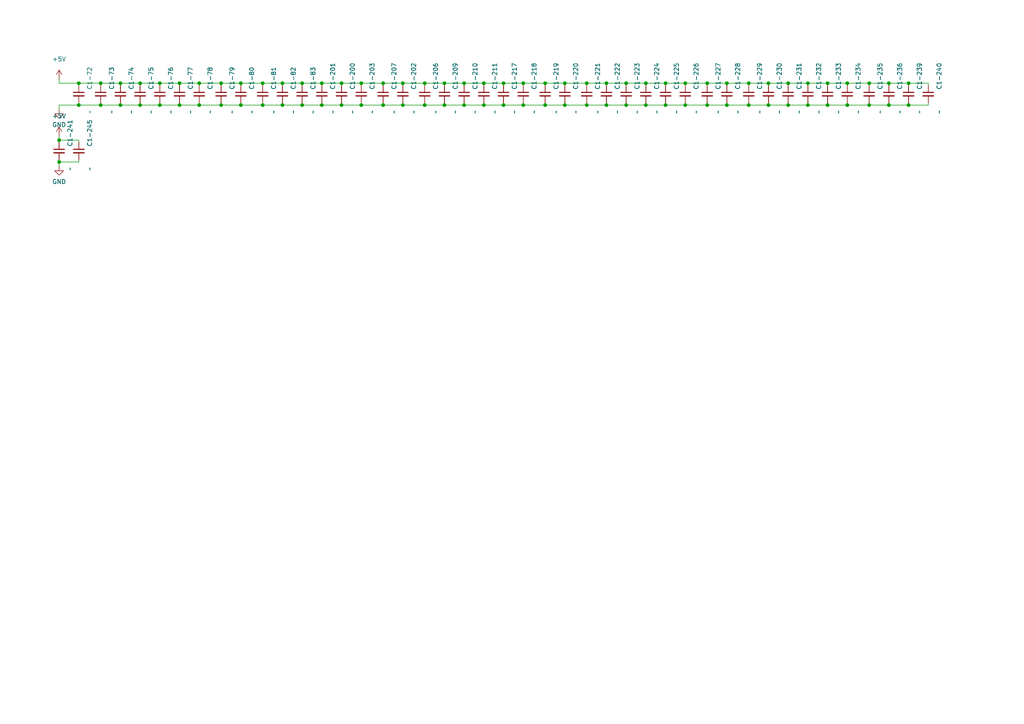
<source format=kicad_sch>
(kicad_sch (version 20211123) (generator eeschema)
  (paper "A4")
  (lib_symbols
    (symbol "Device:C_Small" (pin_numbers hide) (pin_names (offset 0.254) hide)
      (property "Reference" "C" (at 0.254 1.778 0))
      (property "Value" "C_Small" (at 0.254 -2.032 0))
      (symbol "C_Small_0_1"
        (polyline (pts (xy -1.524 -0.508) (xy 1.524 -0.508)) (stroke (width 0.3302)))
        (polyline (pts (xy -1.524 0.508) (xy 1.524 0.508)) (stroke (width 0.3048)))
      )
      (symbol "C_Small_1_1"
        (pin passive line (at 0 2.54 270) (length 2.032) (name "~") (number "1"))
        (pin passive line (at 0 -2.54 90) (length 2.032) (name "~") (number "2"))
      )
    )
    (symbol "power:+5V" (power) (pin_names (offset 0))
      (property "Value" "+5V" (at 0 3.556 0))
      (symbol "+5V_0_1"
        (polyline (pts (xy -0.762 1.27) (xy 0 2.54)))
        (polyline (pts (xy 0 0) (xy 0 2.54)))
        (polyline (pts (xy 0 2.54) (xy 0.762 1.27)))
      )
      (symbol "+5V_1_1"
        (pin power_in line (at 0 0 90) (length 0) hide (name "+5V") (number "1"))
      )
    )
    (symbol "power:GND" (power) (pin_names (offset 0))
      (property "Value" "GND" (at 0 -3.81 0))
      (symbol "GND_0_1"
        (polyline (pts (xy 0 0) (xy 0 -1.27) (xy 1.27 -1.27) (xy 0 -2.54) (xy -1.27 -1.27) (xy 0 -1.27)))
      )
      (symbol "GND_1_1"
        (pin power_in line (at 0 0 270) (length 0) hide (name "GND") (number "1"))
      )
    )
  )
  (junction (at 46.355 30.48))
  (junction (at 158.115 30.48))
  (junction (at 52.07 24.13))
  (junction (at 257.81 24.13))
  (junction (at 175.895 24.13))
  (junction (at 87.63 30.48))
  (junction (at 81.915 30.48))
  (junction (at 240.03 30.48))
  (junction (at 240.03 24.13))
  (junction (at 123.19 24.13))
  (junction (at 151.765 30.48))
  (junction (at 181.61 30.48))
  (junction (at 76.2 30.48))
  (junction (at 40.64 30.48))
  (junction (at 263.525 24.13))
  (junction (at 29.21 30.48))
  (junction (at 34.925 24.13))
  (junction (at 222.885 30.48))
  (junction (at 217.17 24.13))
  (junction (at 163.83 24.13))
  (junction (at 128.905 24.13))
  (junction (at 175.895 30.48))
  (junction (at 170.18 24.13))
  (junction (at 99.06 24.13))
  (junction (at 187.325 24.13))
  (junction (at 116.84 24.13))
  (junction (at 140.335 24.13))
  (junction (at 64.135 30.48))
  (junction (at 163.83 30.48))
  (junction (at 228.6 30.48))
  (junction (at 181.61 24.13))
  (junction (at 69.85 30.48))
  (junction (at 46.355 24.13))
  (junction (at 17.145 46.99))
  (junction (at 146.05 24.13))
  (junction (at 34.925 30.48))
  (junction (at 134.62 30.48))
  (junction (at 234.315 24.13))
  (junction (at 17.145 40.64))
  (junction (at 140.335 30.48))
  (junction (at 170.18 30.48))
  (junction (at 146.05 30.48))
  (junction (at 198.755 30.48))
  (junction (at 111.125 24.13))
  (junction (at 187.325 30.48))
  (junction (at 104.775 24.13))
  (junction (at 217.17 30.48))
  (junction (at 69.85 24.13))
  (junction (at 134.62 24.13))
  (junction (at 29.21 24.13))
  (junction (at 245.745 24.13))
  (junction (at 57.785 30.48))
  (junction (at 257.81 30.48))
  (junction (at 22.86 24.13))
  (junction (at 64.135 24.13))
  (junction (at 87.63 24.13))
  (junction (at 99.06 30.48))
  (junction (at 245.745 30.48))
  (junction (at 205.105 24.13))
  (junction (at 205.105 30.48))
  (junction (at 93.345 24.13))
  (junction (at 228.6 24.13))
  (junction (at 210.82 30.48))
  (junction (at 198.755 24.13))
  (junction (at 234.315 30.48))
  (junction (at 111.125 30.48))
  (junction (at 116.84 30.48))
  (junction (at 76.2 24.13))
  (junction (at 128.905 30.48))
  (junction (at 93.345 30.48))
  (junction (at 158.115 24.13))
  (junction (at 193.04 24.13))
  (junction (at 222.885 24.13))
  (junction (at 151.765 24.13))
  (junction (at 252.095 24.13))
  (junction (at 40.64 24.13))
  (junction (at 252.095 30.48))
  (junction (at 81.915 24.13))
  (junction (at 104.775 30.48))
  (junction (at 193.04 30.48))
  (junction (at 52.07 30.48))
  (junction (at 210.82 24.13))
  (junction (at 123.19 30.48))
  (junction (at 263.525 30.48))
  (junction (at 22.86 30.48))
  (junction (at 57.785 24.13))
  (wire (pts (xy 252.095 24.13) (xy 257.81 24.13)))
  (wire (pts (xy 151.765 24.13) (xy 151.765 24.765)))
  (wire (pts (xy 22.86 46.99) (xy 22.86 46.355)))
  (wire (pts (xy 134.62 30.48) (xy 134.62 29.845)))
  (wire (pts (xy 116.84 24.13) (xy 116.84 24.765)))
  (wire (pts (xy 29.21 24.13) (xy 29.21 24.765)))
  (wire (pts (xy 163.83 30.48) (xy 163.83 29.845)))
  (wire (pts (xy 158.115 30.48) (xy 158.115 29.845)))
  (wire (pts (xy 170.18 30.48) (xy 170.18 29.845)))
  (wire (pts (xy 69.85 29.845) (xy 69.85 30.48)))
  (wire (pts (xy 158.115 30.48) (xy 163.83 30.48)))
  (wire (pts (xy 111.125 30.48) (xy 116.84 30.48)))
  (wire (pts (xy 93.345 30.48) (xy 93.345 29.845)))
  (wire (pts (xy 34.925 30.48) (xy 40.64 30.48)))
  (wire (pts (xy 29.21 30.48) (xy 29.21 29.845)))
  (wire (pts (xy 52.07 30.48) (xy 57.785 30.48)))
  (wire (pts (xy 104.775 24.13) (xy 111.125 24.13)))
  (wire (pts (xy 205.105 24.13) (xy 210.82 24.13)))
  (wire (pts (xy 193.04 30.48) (xy 198.755 30.48)))
  (wire (pts (xy 205.105 30.48) (xy 210.82 30.48)))
  (wire (pts (xy 245.745 30.48) (xy 252.095 30.48)))
  (wire (pts (xy 22.86 30.48) (xy 29.21 30.48)))
  (wire (pts (xy 187.325 24.13) (xy 193.04 24.13)))
  (wire (pts (xy 46.355 24.13) (xy 52.07 24.13)))
  (wire (pts (xy 17.145 24.13) (xy 22.86 24.13)))
  (wire (pts (xy 116.84 24.13) (xy 123.19 24.13)))
  (wire (pts (xy 123.19 24.13) (xy 123.19 24.765)))
  (wire (pts (xy 34.925 24.13) (xy 34.925 24.765)))
  (wire (pts (xy 64.135 24.13) (xy 69.85 24.13)))
  (wire (pts (xy 158.115 24.13) (xy 163.83 24.13)))
  (wire (pts (xy 222.885 24.13) (xy 222.885 24.765)))
  (wire (pts (xy 146.05 30.48) (xy 146.05 29.845)))
  (wire (pts (xy 116.84 30.48) (xy 116.84 29.845)))
  (wire (pts (xy 151.765 30.48) (xy 158.115 30.48)))
  (wire (pts (xy 134.62 24.13) (xy 134.62 24.765)))
  (wire (pts (xy 69.85 24.13) (xy 76.2 24.13)))
  (wire (pts (xy 52.07 24.13) (xy 52.07 24.765)))
  (wire (pts (xy 252.095 29.845) (xy 252.095 30.48)))
  (wire (pts (xy 240.03 24.765) (xy 240.03 24.13)))
  (wire (pts (xy 187.325 30.48) (xy 187.325 29.845)))
  (wire (pts (xy 198.755 30.48) (xy 205.105 30.48)))
  (wire (pts (xy 198.755 30.48) (xy 198.755 29.845)))
  (wire (pts (xy 252.095 24.13) (xy 252.095 24.765)))
  (wire (pts (xy 99.06 24.13) (xy 104.775 24.13)))
  (wire (pts (xy 34.925 30.48) (xy 34.925 29.845)))
  (wire (pts (xy 193.04 24.13) (xy 193.04 24.765)))
  (wire (pts (xy 22.86 24.13) (xy 22.86 24.765)))
  (wire (pts (xy 140.335 24.13) (xy 146.05 24.13)))
  (wire (pts (xy 52.07 24.13) (xy 57.785 24.13)))
  (wire (pts (xy 17.145 39.37) (xy 17.145 40.64)))
  (wire (pts (xy 217.17 24.13) (xy 217.17 24.765)))
  (wire (pts (xy 22.86 40.64) (xy 22.86 41.275)))
  (wire (pts (xy 57.785 24.13) (xy 57.785 24.765)))
  (wire (pts (xy 52.07 30.48) (xy 52.07 29.845)))
  (wire (pts (xy 87.63 24.13) (xy 93.345 24.13)))
  (wire (pts (xy 76.2 29.845) (xy 76.2 30.48)))
  (wire (pts (xy 69.85 24.13) (xy 69.85 24.765)))
  (wire (pts (xy 252.095 30.48) (xy 257.81 30.48)))
  (wire (pts (xy 210.82 24.13) (xy 210.82 24.765)))
  (wire (pts (xy 128.905 24.13) (xy 134.62 24.13)))
  (wire (pts (xy 269.24 24.13) (xy 269.24 24.765)))
  (wire (pts (xy 29.21 24.13) (xy 34.925 24.13)))
  (wire (pts (xy 205.105 30.48) (xy 205.105 29.845)))
  (wire (pts (xy 222.885 30.48) (xy 222.885 29.845)))
  (wire (pts (xy 140.335 30.48) (xy 140.335 29.845)))
  (wire (pts (xy 269.24 30.48) (xy 269.24 29.845)))
  (wire (pts (xy 181.61 30.48) (xy 181.61 29.845)))
  (wire (pts (xy 46.355 30.48) (xy 46.355 29.845)))
  (wire (pts (xy 128.905 24.13) (xy 128.905 24.765)))
  (wire (pts (xy 222.885 30.48) (xy 228.6 30.48)))
  (wire (pts (xy 57.785 30.48) (xy 64.135 30.48)))
  (wire (pts (xy 34.925 24.13) (xy 40.64 24.13)))
  (wire (pts (xy 81.915 30.48) (xy 87.63 30.48)))
  (wire (pts (xy 187.325 24.13) (xy 187.325 24.765)))
  (wire (pts (xy 163.83 24.13) (xy 170.18 24.13)))
  (wire (pts (xy 76.2 24.13) (xy 81.915 24.13)))
  (wire (pts (xy 234.315 30.48) (xy 240.03 30.48)))
  (wire (pts (xy 128.905 30.48) (xy 128.905 29.845)))
  (wire (pts (xy 240.03 30.48) (xy 245.745 30.48)))
  (wire (pts (xy 222.885 24.13) (xy 228.6 24.13)))
  (wire (pts (xy 17.145 40.64) (xy 17.145 41.275)))
  (wire (pts (xy 93.345 30.48) (xy 99.06 30.48)))
  (wire (pts (xy 257.81 30.48) (xy 263.525 30.48)))
  (wire (pts (xy 81.915 24.13) (xy 81.915 24.765)))
  (wire (pts (xy 245.745 24.13) (xy 252.095 24.13)))
  (wire (pts (xy 263.525 24.13) (xy 263.525 24.765)))
  (wire (pts (xy 64.135 29.845) (xy 64.135 30.48)))
  (wire (pts (xy 123.19 30.48) (xy 128.905 30.48)))
  (wire (pts (xy 257.81 24.13) (xy 263.525 24.13)))
  (wire (pts (xy 228.6 24.13) (xy 228.6 24.765)))
  (wire (pts (xy 146.05 24.13) (xy 151.765 24.13)))
  (wire (pts (xy 263.525 29.845) (xy 263.525 30.48)))
  (wire (pts (xy 22.86 24.13) (xy 29.21 24.13)))
  (wire (pts (xy 240.03 30.48) (xy 240.03 29.845)))
  (wire (pts (xy 87.63 24.13) (xy 87.63 24.765)))
  (wire (pts (xy 81.915 24.13) (xy 87.63 24.13)))
  (wire (pts (xy 240.03 24.13) (xy 234.315 24.13)))
  (wire (pts (xy 76.2 24.13) (xy 76.2 24.765)))
  (wire (pts (xy 57.785 30.48) (xy 57.785 29.845)))
  (wire (pts (xy 87.63 30.48) (xy 87.63 29.845)))
  (wire (pts (xy 263.525 24.13) (xy 269.24 24.13)))
  (wire (pts (xy 64.135 24.13) (xy 64.135 24.765)))
  (wire (pts (xy 22.86 30.48) (xy 22.86 29.845)))
  (wire (pts (xy 140.335 30.48) (xy 146.05 30.48)))
  (wire (pts (xy 17.145 46.99) (xy 22.86 46.99)))
  (wire (pts (xy 146.05 30.48) (xy 151.765 30.48)))
  (wire (pts (xy 134.62 30.48) (xy 140.335 30.48)))
  (wire (pts (xy 245.745 30.48) (xy 245.745 29.845)))
  (wire (pts (xy 17.145 46.99) (xy 17.145 48.26)))
  (wire (pts (xy 234.315 30.48) (xy 228.6 30.48)))
  (wire (pts (xy 111.125 24.13) (xy 111.125 24.765)))
  (wire (pts (xy 257.81 30.48) (xy 257.81 29.845)))
  (wire (pts (xy 210.82 24.13) (xy 217.17 24.13)))
  (wire (pts (xy 93.345 24.13) (xy 99.06 24.13)))
  (wire (pts (xy 69.85 30.48) (xy 76.2 30.48)))
  (wire (pts (xy 193.04 24.13) (xy 198.755 24.13)))
  (wire (pts (xy 175.895 30.48) (xy 181.61 30.48)))
  (wire (pts (xy 104.775 29.845) (xy 104.775 30.48)))
  (wire (pts (xy 198.755 24.13) (xy 205.105 24.13)))
  (wire (pts (xy 40.64 24.13) (xy 46.355 24.13)))
  (wire (pts (xy 175.895 24.13) (xy 181.61 24.13)))
  (wire (pts (xy 170.18 24.13) (xy 170.18 24.765)))
  (wire (pts (xy 217.17 30.48) (xy 217.17 29.845)))
  (wire (pts (xy 17.145 30.48) (xy 22.86 30.48)))
  (wire (pts (xy 257.81 24.13) (xy 257.81 24.765)))
  (wire (pts (xy 17.145 46.355) (xy 17.145 46.99)))
  (wire (pts (xy 116.84 30.48) (xy 123.19 30.48)))
  (wire (pts (xy 99.06 24.13) (xy 99.06 24.765)))
  (wire (pts (xy 210.82 30.48) (xy 217.17 30.48)))
  (wire (pts (xy 17.145 22.86) (xy 17.145 24.13)))
  (wire (pts (xy 111.125 30.48) (xy 111.125 29.845)))
  (wire (pts (xy 40.64 30.48) (xy 46.355 30.48)))
  (wire (pts (xy 123.19 24.13) (xy 128.905 24.13)))
  (wire (pts (xy 263.525 30.48) (xy 269.24 30.48)))
  (wire (pts (xy 151.765 30.48) (xy 151.765 29.845)))
  (wire (pts (xy 205.105 24.13) (xy 205.105 24.765)))
  (wire (pts (xy 187.325 30.48) (xy 193.04 30.48)))
  (wire (pts (xy 46.355 30.48) (xy 52.07 30.48)))
  (wire (pts (xy 240.03 24.13) (xy 245.745 24.13)))
  (wire (pts (xy 151.765 24.13) (xy 158.115 24.13)))
  (wire (pts (xy 140.335 24.13) (xy 140.335 24.765)))
  (wire (pts (xy 128.905 30.48) (xy 134.62 30.48)))
  (wire (pts (xy 46.355 24.13) (xy 46.355 24.765)))
  (wire (pts (xy 104.775 30.48) (xy 111.125 30.48)))
  (wire (pts (xy 181.61 24.13) (xy 187.325 24.13)))
  (wire (pts (xy 134.62 24.13) (xy 140.335 24.13)))
  (wire (pts (xy 81.915 30.48) (xy 81.915 29.845)))
  (wire (pts (xy 175.895 24.13) (xy 175.895 24.765)))
  (wire (pts (xy 87.63 30.48) (xy 93.345 30.48)))
  (wire (pts (xy 228.6 24.13) (xy 234.315 24.13)))
  (wire (pts (xy 228.6 30.48) (xy 228.6 29.845)))
  (wire (pts (xy 245.745 24.13) (xy 245.745 24.765)))
  (wire (pts (xy 234.315 24.13) (xy 234.315 24.765)))
  (wire (pts (xy 198.755 24.13) (xy 198.755 24.765)))
  (wire (pts (xy 163.83 30.48) (xy 170.18 30.48)))
  (wire (pts (xy 181.61 30.48) (xy 187.325 30.48)))
  (wire (pts (xy 57.785 24.13) (xy 64.135 24.13)))
  (wire (pts (xy 99.06 30.48) (xy 104.775 30.48)))
  (wire (pts (xy 76.2 30.48) (xy 81.915 30.48)))
  (wire (pts (xy 40.64 30.48) (xy 40.64 29.845)))
  (wire (pts (xy 217.17 24.13) (xy 222.885 24.13)))
  (wire (pts (xy 163.83 24.13) (xy 163.83 24.765)))
  (wire (pts (xy 170.18 24.13) (xy 175.895 24.13)))
  (wire (pts (xy 17.145 40.64) (xy 22.86 40.64)))
  (wire (pts (xy 234.315 29.845) (xy 234.315 30.48)))
  (wire (pts (xy 217.17 30.48) (xy 222.885 30.48)))
  (wire (pts (xy 146.05 24.13) (xy 146.05 24.765)))
  (wire (pts (xy 40.64 24.13) (xy 40.64 24.765)))
  (wire (pts (xy 175.895 30.48) (xy 175.895 29.845)))
  (wire (pts (xy 158.115 24.13) (xy 158.115 24.765)))
  (wire (pts (xy 17.145 30.48) (xy 17.145 31.75)))
  (wire (pts (xy 170.18 30.48) (xy 175.895 30.48)))
  (wire (pts (xy 210.82 30.48) (xy 210.82 29.845)))
  (wire (pts (xy 104.775 24.13) (xy 104.775 24.765)))
  (wire (pts (xy 29.21 30.48) (xy 34.925 30.48)))
  (wire (pts (xy 99.06 30.48) (xy 99.06 29.845)))
  (wire (pts (xy 111.125 24.13) (xy 116.84 24.13)))
  (wire (pts (xy 123.19 30.48) (xy 123.19 29.845)))
  (wire (pts (xy 181.61 24.13) (xy 181.61 24.765)))
  (wire (pts (xy 193.04 30.48) (xy 193.04 29.845)))
  (wire (pts (xy 93.345 24.13) (xy 93.345 24.765)))
  (wire (pts (xy 64.135 30.48) (xy 69.85 30.48)))
  (symbol (lib_id "Device:C_Small") (at 228.6 27.305 0) (unit 1)
    (property "Reference" "C1-231" (at 231.775 26.0412 90) (effects (justify left)))
    (property "Value" "~" (at 231.775 33.02 90) (effects (justify left)))
  )
  (symbol (lib_id "Device:C_Small") (at 140.335 27.305 0) (unit 1)
    (property "Reference" "C1-211" (at 143.51 26.0412 90) (effects (justify left)))
    (property "Value" "~" (at 143.51 33.02 90) (effects (justify left)))
  )
  (symbol (lib_id "Device:C_Small") (at 128.905 27.305 0) (unit 1)
    (property "Reference" "C1-209" (at 132.08 26.0412 90) (effects (justify left)))
    (property "Value" "~" (at 132.08 33.02 90) (effects (justify left)))
  )
  (symbol (lib_id "Device:C_Small") (at 170.18 27.305 0) (unit 1)
    (property "Reference" "C1-221" (at 173.355 26.0412 90) (effects (justify left)))
    (property "Value" "~" (at 173.355 33.02 90) (effects (justify left)))
  )
  (symbol (lib_id "Device:C_Small") (at 111.125 27.305 0) (unit 1)
    (property "Reference" "C1-207" (at 114.3 26.0412 90) (effects (justify left)))
    (property "Value" "~" (at 114.3 33.02 90) (effects (justify left)))
  )
  (symbol (lib_id "Device:C_Small") (at 87.63 27.305 0) (unit 1)
    (property "Reference" "C1-83" (at 90.805 26.0412 90) (effects (justify left)))
    (property "Value" "~" (at 90.805 33.02 90) (effects (justify left)))
  )
  (symbol (lib_id "power:GND") (at 17.145 31.75 0) (unit 1)
    (property "Reference" "#PWR0628" (effects hide))
    (property "Value" "~" (at 17.145 36.195 0))
  )
  (symbol (lib_id "Device:C_Small") (at 34.925 27.305 0) (unit 1)
    (property "Reference" "C1-74" (at 38.1 26.0412 90) (effects (justify left)))
    (property "Value" "~" (at 38.1 33.02 90) (effects (justify left)))
  )
  (symbol (lib_id "Device:C_Small") (at 163.83 27.305 0) (unit 1)
    (property "Reference" "C1-220" (at 167.005 26.0412 90) (effects (justify left)))
    (property "Value" "~" (at 167.005 33.02 90) (effects (justify left)))
  )
  (symbol (lib_id "Device:C_Small") (at 263.525 27.305 0) (unit 1)
    (property "Reference" "C1-239" (at 266.7 26.0412 90) (effects (justify left)))
    (property "Value" "~" (at 266.7 33.02 90) (effects (justify left)))
  )
  (symbol (lib_id "Device:C_Small") (at 99.06 27.305 0) (unit 1)
    (property "Reference" "C1-200" (at 102.235 26.0412 90) (effects (justify left)))
    (property "Value" "~" (at 102.235 33.02 90) (effects (justify left)))
  )
  (symbol (lib_id "Device:C_Small") (at 234.315 27.305 0) (unit 1)
    (property "Reference" "C1-232" (at 237.49 26.0412 90) (effects (justify left)))
    (property "Value" "~" (at 237.49 33.02 90) (effects (justify left)))
  )
  (symbol (lib_id "Device:C_Small") (at 222.885 27.305 0) (unit 1)
    (property "Reference" "C1-230" (at 226.06 26.0412 90) (effects (justify left)))
    (property "Value" "~" (at 226.06 33.02 90) (effects (justify left)))
  )
  (symbol (lib_id "Device:C_Small") (at 252.095 27.305 0) (unit 1)
    (property "Reference" "C1-235" (at 255.27 26.0412 90) (effects (justify left)))
    (property "Value" "~" (at 255.27 33.02 90) (effects (justify left)))
  )
  (symbol (lib_id "Device:C_Small") (at 46.355 27.305 0) (unit 1)
    (property "Reference" "C1-76" (at 49.53 26.0412 90) (effects (justify left)))
    (property "Value" "~" (at 49.53 33.02 90) (effects (justify left)))
  )
  (symbol (lib_id "Device:C_Small") (at 240.03 27.305 0) (unit 1)
    (property "Reference" "C1-233" (at 243.205 26.0412 90) (effects (justify left)))
    (property "Value" "~" (at 243.205 33.02 90) (effects (justify left)))
  )
  (symbol (lib_id "Device:C_Small") (at 175.895 27.305 0) (unit 1)
    (property "Reference" "C1-222" (at 179.07 26.0412 90) (effects (justify left)))
    (property "Value" "~" (at 179.07 33.02 90) (effects (justify left)))
  )
  (symbol (lib_id "Device:C_Small") (at 198.755 27.305 0) (unit 1)
    (property "Reference" "C1-226" (at 201.93 26.0412 90) (effects (justify left)))
    (property "Value" "~" (at 201.93 33.02 90) (effects (justify left)))
  )
  (symbol (lib_id "Device:C_Small") (at 193.04 27.305 0) (unit 1)
    (property "Reference" "C1-225" (at 196.215 26.0412 90) (effects (justify left)))
    (property "Value" "~" (at 196.215 33.02 90) (effects (justify left)))
  )
  (symbol (lib_id "Device:C_Small") (at 81.915 27.305 0) (unit 1)
    (property "Reference" "C1-82" (at 85.09 26.0412 90) (effects (justify left)))
    (property "Value" "~" (at 85.09 33.02 90) (effects (justify left)))
  )
  (symbol (lib_id "Device:C_Small") (at 134.62 27.305 0) (unit 1)
    (property "Reference" "C1-210" (at 137.795 26.0412 90) (effects (justify left)))
    (property "Value" "~" (at 137.795 33.02 90) (effects (justify left)))
  )
  (symbol (lib_id "Device:C_Small") (at 245.745 27.305 0) (unit 1)
    (property "Reference" "C1-234" (at 248.92 26.0412 90) (effects (justify left)))
    (property "Value" "~" (at 248.92 33.02 90) (effects (justify left)))
  )
  (symbol (lib_id "Device:C_Small") (at 22.86 27.305 0) (unit 1)
    (property "Reference" "C1-72" (at 26.035 26.0412 90) (effects (justify left)))
    (property "Value" "~" (at 26.035 33.02 90) (effects (justify left)))
  )
  (symbol (lib_id "Device:C_Small") (at 257.81 27.305 0) (unit 1)
    (property "Reference" "C1-236" (at 260.985 26.0412 90) (effects (justify left)))
    (property "Value" "~" (at 260.985 33.02 90) (effects (justify left)))
  )
  (symbol (lib_id "power:+5V") (at 17.145 39.37 0) (unit 1)
    (property "Reference" "#PWR0629" (effects hide))
    (property "Value" "~" (at 17.145 33.655 0))
  )
  (symbol (lib_id "Device:C_Small") (at 40.64 27.305 0) (unit 1)
    (property "Reference" "C1-75" (at 43.815 26.0412 90) (effects (justify left)))
    (property "Value" "~" (at 43.815 33.02 90) (effects (justify left)))
  )
  (symbol (lib_id "Device:C_Small") (at 104.775 27.305 0) (unit 1)
    (property "Reference" "C1-203" (at 107.95 26.0412 90) (effects (justify left)))
    (property "Value" "~" (at 107.95 33.02 90) (effects (justify left)))
  )
  (symbol (lib_id "power:+5V") (at 17.145 22.86 0) (unit 1)
    (property "Reference" "#PWR0627" (effects hide))
    (property "Value" "~" (at 17.145 17.145 0))
  )
  (symbol (lib_id "Device:C_Small") (at 57.785 27.305 0) (unit 1)
    (property "Reference" "C1-78" (at 60.96 26.0412 90) (effects (justify left)))
    (property "Value" "~" (at 60.96 33.02 90) (effects (justify left)))
  )
  (symbol (lib_id "Device:C_Small") (at 146.05 27.305 0) (unit 1)
    (property "Reference" "C1-217" (at 149.225 26.0412 90) (effects (justify left)))
    (property "Value" "~" (at 149.225 33.02 90) (effects (justify left)))
  )
  (symbol (lib_id "Device:C_Small") (at 181.61 27.305 0) (unit 1)
    (property "Reference" "C1-223" (at 184.785 26.0412 90) (effects (justify left)))
    (property "Value" "~" (at 184.785 33.02 90) (effects (justify left)))
  )
  (symbol (lib_id "Device:C_Small") (at 269.24 27.305 0) (unit 1)
    (property "Reference" "C1-240" (at 272.415 26.0412 90) (effects (justify left)))
    (property "Value" "~" (at 272.415 33.02 90) (effects (justify left)))
  )
  (symbol (lib_id "Device:C_Small") (at 116.84 27.305 0) (unit 1)
    (property "Reference" "C1-202" (at 120.015 26.0412 90) (effects (justify left)))
    (property "Value" "~" (at 120.015 33.02 90) (effects (justify left)))
  )
  (symbol (lib_id "Device:C_Small") (at 69.85 27.305 0) (unit 1)
    (property "Reference" "C1-80" (at 73.025 26.0412 90) (effects (justify left)))
    (property "Value" "~" (at 73.025 33.02 90) (effects (justify left)))
  )
  (symbol (lib_id "Device:C_Small") (at 187.325 27.305 0) (unit 1)
    (property "Reference" "C1-224" (at 190.5 26.0412 90) (effects (justify left)))
    (property "Value" "~" (at 190.5 33.02 90) (effects (justify left)))
  )
  (symbol (lib_id "Device:C_Small") (at 76.2 27.305 0) (unit 1)
    (property "Reference" "C1-81" (at 79.375 26.0412 90) (effects (justify left)))
    (property "Value" "~" (at 79.375 33.02 90) (effects (justify left)))
  )
  (symbol (lib_id "Device:C_Small") (at 22.86 43.815 0) (unit 1)
    (property "Reference" "C1-245" (at 26.035 42.5512 90) (effects (justify left)))
    (property "Value" "~" (at 26.035 49.53 90) (effects (justify left)))
  )
  (symbol (lib_id "Device:C_Small") (at 217.17 27.305 0) (unit 1)
    (property "Reference" "C1-229" (at 220.345 26.0412 90) (effects (justify left)))
    (property "Value" "~" (at 220.345 33.02 90) (effects (justify left)))
  )
  (symbol (lib_id "Device:C_Small") (at 158.115 27.305 0) (unit 1)
    (property "Reference" "C1-219" (at 161.29 26.0412 90) (effects (justify left)))
    (property "Value" "~" (at 161.29 33.02 90) (effects (justify left)))
  )
  (symbol (lib_id "Device:C_Small") (at 17.145 43.815 0) (unit 1)
    (property "Reference" "C1-241" (at 20.32 42.5512 90) (effects (justify left)))
    (property "Value" "~" (at 20.32 49.53 90) (effects (justify left)))
  )
  (symbol (lib_id "power:GND") (at 17.145 48.26 0) (unit 1)
    (property "Reference" "#PWR0630" (effects hide))
    (property "Value" "~" (at 17.145 52.705 0))
  )
  (symbol (lib_id "Device:C_Small") (at 64.135 27.305 0) (unit 1)
    (property "Reference" "C1-79" (at 67.31 26.0412 90) (effects (justify left)))
    (property "Value" "~" (at 67.31 33.02 90) (effects (justify left)))
  )
  (symbol (lib_id "Device:C_Small") (at 93.345 27.305 0) (unit 1)
    (property "Reference" "C1-201" (at 96.52 26.0412 90) (effects (justify left)))
    (property "Value" "~" (at 96.52 33.02 90) (effects (justify left)))
  )
  (symbol (lib_id "Device:C_Small") (at 29.21 27.305 0) (unit 1)
    (property "Reference" "C1-73" (at 32.385 26.0412 90) (effects (justify left)))
    (property "Value" "~" (at 32.385 33.02 90) (effects (justify left)))
  )
  (symbol (lib_id "Device:C_Small") (at 52.07 27.305 0) (unit 1)
    (property "Reference" "C1-77" (at 55.245 26.0412 90) (effects (justify left)))
    (property "Value" "~" (at 55.245 33.02 90) (effects (justify left)))
  )
  (symbol (lib_id "Device:C_Small") (at 205.105 27.305 0) (unit 1)
    (property "Reference" "C1-227" (at 208.28 26.0412 90) (effects (justify left)))
    (property "Value" "~" (at 208.28 33.02 90) (effects (justify left)))
  )
  (symbol (lib_id "Device:C_Small") (at 151.765 27.305 0) (unit 1)
    (property "Reference" "C1-218" (at 154.94 26.0412 90) (effects (justify left)))
    (property "Value" "~" (at 154.94 33.02 90) (effects (justify left)))
  )
  (symbol (lib_id "Device:C_Small") (at 210.82 27.305 0) (unit 1)
    (property "Reference" "C1-228" (at 213.995 26.0412 90) (effects (justify left)))
    (property "Value" "~" (at 213.995 33.02 90) (effects (justify left)))
  )
  (symbol (lib_id "Device:C_Small") (at 123.19 27.305 0) (unit 1)
    (property "Reference" "C1-206" (at 126.365 26.0412 90) (effects (justify left)))
    (property "Value" "~" (at 126.365 33.02 90) (effects (justify left)))
  )
)
</source>
